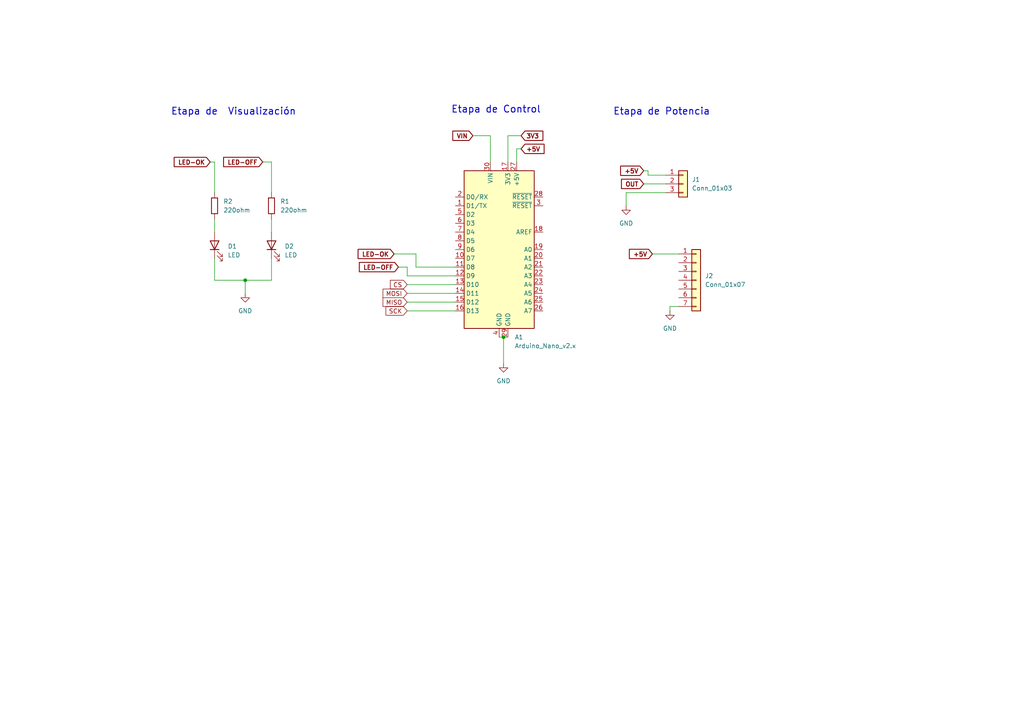
<source format=kicad_sch>
(kicad_sch (version 20230121) (generator eeschema)
  (paper "A4")
  (lib_symbols
    (symbol "Connector_Generic:Conn_01x07" (pin_names (offset 1.016) hide)
      (property "Reference" "J" (at 0 10.16 0))
      (property "Value" "Conn_01x07" (at 0 -10.16 0))
      (symbol "Conn_01x07_1_1"
        (rectangle (start -1.27 -7.493) (end 0 -7.747) (stroke (width 0.1524)))
        (rectangle (start -1.27 -4.953) (end 0 -5.207) (stroke (width 0.1524)))
        (rectangle (start -1.27 -2.413) (end 0 -2.667) (stroke (width 0.1524)))
        (rectangle (start -1.27 0.127) (end 0 -0.127) (stroke (width 0.1524)))
        (rectangle (start -1.27 2.667) (end 0 2.413) (stroke (width 0.1524)))
        (rectangle (start -1.27 5.207) (end 0 4.953) (stroke (width 0.1524)))
        (rectangle (start -1.27 7.747) (end 0 7.493) (stroke (width 0.1524)))
        (rectangle (start -1.27 8.89) (end 1.27 -8.89) (stroke (width 0.254)) (fill (type background)))
        (pin passive line (at -5.08 7.62 0) (length 3.81) (name "Pin_1") (number "1"))
        (pin passive line (at -5.08 5.08 0) (length 3.81) (name "Pin_2") (number "2"))
        (pin passive line (at -5.08 2.54 0) (length 3.81) (name "Pin_3") (number "3"))
        (pin passive line (at -5.08 0 0) (length 3.81) (name "Pin_4") (number "4"))
        (pin passive line (at -5.08 -2.54 0) (length 3.81) (name "Pin_5") (number "5"))
        (pin passive line (at -5.08 -5.08 0) (length 3.81) (name "Pin_6") (number "6"))
        (pin passive line (at -5.08 -7.62 0) (length 3.81) (name "Pin_7") (number "7"))
      )
    )
    (symbol "Device:LED" (pin_numbers hide) (pin_names (offset 1.016) hide)
      (property "Reference" "D" (at 0 2.54 0))
      (property "Value" "LED" (at 0 -2.54 0))
      (symbol "LED_0_1"
        (polyline (pts (xy -1.27 -1.27) (xy -1.27 1.27)) (stroke (width 0.254)))
        (polyline (pts (xy -1.27 0) (xy 1.27 0)))
        (polyline (pts (xy 1.27 -1.27) (xy 1.27 1.27) (xy -1.27 0) (xy 1.27 -1.27)) (stroke (width 0.254)))
        (polyline (pts (xy -3.048 -0.762) (xy -4.572 -2.286) (xy -3.81 -2.286) (xy -4.572 -2.286) (xy -4.572 -1.524)))
        (polyline (pts (xy -1.778 -0.762) (xy -3.302 -2.286) (xy -2.54 -2.286) (xy -3.302 -2.286) (xy -3.302 -1.524)))
      )
      (symbol "LED_1_1"
        (pin passive line (at -3.81 0 0) (length 2.54) (name "K") (number "1"))
        (pin passive line (at 3.81 0 180) (length 2.54) (name "A") (number "2"))
      )
    )
    (symbol "MCU_Module:Arduino_Nano_v2.x"
      (property "Reference" "A" (at -10.16 23.495 0))
      (property "Value" "Arduino_Nano_v2.x" (at 5.08 -24.13 0))
      (symbol "Arduino_Nano_v2.x_0_1"
        (rectangle (start -10.16 22.86) (end 10.16 -22.86) (stroke (width 0.254)) (fill (type background)))
      )
      (symbol "Arduino_Nano_v2.x_1_1"
        (pin bidirectional line (at -12.7 12.7 0) (length 2.54) (name "D1/TX") (number "1"))
        (pin bidirectional line (at -12.7 -2.54 0) (length 2.54) (name "D7") (number "10"))
        (pin bidirectional line (at -12.7 -5.08 0) (length 2.54) (name "D8") (number "11"))
        (pin bidirectional line (at -12.7 -7.62 0) (length 2.54) (name "D9") (number "12"))
        (pin bidirectional line (at -12.7 -10.16 0) (length 2.54) (name "D10") (number "13"))
        (pin bidirectional line (at -12.7 -12.7 0) (length 2.54) (name "D11") (number "14"))
        (pin bidirectional line (at -12.7 -15.24 0) (length 2.54) (name "D12") (number "15"))
        (pin bidirectional line (at -12.7 -17.78 0) (length 2.54) (name "D13") (number "16"))
        (pin power_out line (at 2.54 25.4 270) (length 2.54) (name "3V3") (number "17"))
        (pin input line (at 12.7 5.08 180) (length 2.54) (name "AREF") (number "18"))
        (pin bidirectional line (at 12.7 0 180) (length 2.54) (name "A0") (number "19"))
        (pin bidirectional line (at -12.7 15.24 0) (length 2.54) (name "D0/RX") (number "2"))
        (pin bidirectional line (at 12.7 -2.54 180) (length 2.54) (name "A1") (number "20"))
        (pin bidirectional line (at 12.7 -5.08 180) (length 2.54) (name "A2") (number "21"))
        (pin bidirectional line (at 12.7 -7.62 180) (length 2.54) (name "A3") (number "22"))
        (pin bidirectional line (at 12.7 -10.16 180) (length 2.54) (name "A4") (number "23"))
        (pin bidirectional line (at 12.7 -12.7 180) (length 2.54) (name "A5") (number "24"))
        (pin bidirectional line (at 12.7 -15.24 180) (length 2.54) (name "A6") (number "25"))
        (pin bidirectional line (at 12.7 -17.78 180) (length 2.54) (name "A7") (number "26"))
        (pin power_out line (at 5.08 25.4 270) (length 2.54) (name "+5V") (number "27"))
        (pin input line (at 12.7 15.24 180) (length 2.54) (name "~{RESET}") (number "28"))
        (pin power_in line (at 2.54 -25.4 90) (length 2.54) (name "GND") (number "29"))
        (pin input line (at 12.7 12.7 180) (length 2.54) (name "~{RESET}") (number "3"))
        (pin power_in line (at -2.54 25.4 270) (length 2.54) (name "VIN") (number "30"))
        (pin power_in line (at 0 -25.4 90) (length 2.54) (name "GND") (number "4"))
        (pin bidirectional line (at -12.7 10.16 0) (length 2.54) (name "D2") (number "5"))
        (pin bidirectional line (at -12.7 7.62 0) (length 2.54) (name "D3") (number "6"))
        (pin bidirectional line (at -12.7 5.08 0) (length 2.54) (name "D4") (number "7"))
        (pin bidirectional line (at -12.7 2.54 0) (length 2.54) (name "D5") (number "8"))
        (pin bidirectional line (at -12.7 0 0) (length 2.54) (name "D6") (number "9"))
      )
    )
    (symbol "PCM_4ms_Connector:Conn_01x03" (pin_names (offset 1.016) hide)
      (property "Reference" "J" (at 0 5.08 0))
      (property "Value" "Conn_01x03" (at 0 -5.08 0))
      (symbol "Conn_01x03_1_1"
        (rectangle (start -1.27 -2.413) (end 0 -2.667) (stroke (width 0.1524)))
        (rectangle (start -1.27 0.127) (end 0 -0.127) (stroke (width 0.1524)))
        (rectangle (start -1.27 2.667) (end 0 2.413) (stroke (width 0.1524)))
        (rectangle (start -1.27 3.81) (end 1.27 -3.81) (stroke (width 0.254)) (fill (type background)))
        (pin passive line (at -5.08 2.54 0) (length 3.81) (name "Pin_1") (number "1"))
        (pin passive line (at -5.08 0 0) (length 3.81) (name "Pin_2") (number "2"))
        (pin passive line (at -5.08 -2.54 0) (length 3.81) (name "Pin_3") (number "3"))
      )
    )
    (symbol "PCM_4ms_Power-symbol:GND" (power) (pin_names (offset 0))
      (property "Value" "GND" (at 0 -3.81 0))
      (symbol "GND_0_1"
        (polyline (pts (xy 0 0) (xy 0 -1.27) (xy 1.27 -1.27) (xy 0 -2.54) (xy -1.27 -1.27) (xy 0 -1.27)))
      )
      (symbol "GND_1_1"
        (pin power_in line (at 0 0 270) (length 0) hide (name "GND") (number "1"))
      )
    )
    (symbol "PCM_SL_Resistors:220ohm"
      (property "Reference" "R" (at 0 5.08 0))
      (property "Value" "220ohm" (at 0 2.54 0))
      (symbol "220ohm_0_1"
        (rectangle (start -2.286 0.889) (end 2.286 -0.889) (stroke (width 0.24)))
      )
      (symbol "220ohm_1_1"
        (pin passive line (at -3.81 0 0) (length 1.5) (name "") (number "1"))
        (pin passive line (at 3.81 0 180) (length 1.5) (name "~") (number "2"))
      )
    )
  )
  (junction (at 71.12 81.28))
  (junction (at 146.05 97.79))
  (wire (pts (xy 132.08 77.47) (xy 120.65 77.47)))
  (wire (pts (xy 186.69 49.53) (xy 187.96 49.53)))
  (wire (pts (xy 71.12 81.28) (xy 78.74 81.28)))
  (wire (pts (xy 146.05 97.79) (xy 146.05 105.41)))
  (wire (pts (xy 60.96 46.99) (xy 62.23 46.99)))
  (wire (pts (xy 62.23 81.28) (xy 71.12 81.28)))
  (wire (pts (xy 62.23 74.93) (xy 62.23 81.28)))
  (wire (pts (xy 118.11 82.55) (xy 132.08 82.55)))
  (wire (pts (xy 78.74 55.88) (xy 78.74 46.99)))
  (wire (pts (xy 78.74 63.5) (xy 78.74 67.31)))
  (wire (pts (xy 78.74 81.28) (xy 78.74 74.93)))
  (wire (pts (xy 189.23 73.66) (xy 196.85 73.66)))
  (wire (pts (xy 196.85 88.9) (xy 194.31 88.9)))
  (wire (pts (xy 118.11 77.47) (xy 115.57 77.47)))
  (wire (pts (xy 118.11 90.17) (xy 132.08 90.17)))
  (wire (pts (xy 147.32 46.99) (xy 147.32 39.37)))
  (wire (pts (xy 132.08 85.09) (xy 118.11 85.09)))
  (wire (pts (xy 149.86 43.18) (xy 151.13 43.18)))
  (wire (pts (xy 142.24 39.37) (xy 142.24 46.99)))
  (wire (pts (xy 149.86 46.99) (xy 149.86 43.18)))
  (wire (pts (xy 62.23 46.99) (xy 62.23 55.88)))
  (wire (pts (xy 137.16 39.37) (xy 142.24 39.37)))
  (wire (pts (xy 132.08 80.01) (xy 118.11 80.01)))
  (wire (pts (xy 118.11 80.01) (xy 118.11 77.47)))
  (wire (pts (xy 62.23 63.5) (xy 62.23 67.31)))
  (wire (pts (xy 187.96 49.53) (xy 187.96 50.8)))
  (wire (pts (xy 71.12 81.28) (xy 71.12 85.09)))
  (wire (pts (xy 187.96 50.8) (xy 193.04 50.8)))
  (wire (pts (xy 181.61 55.88) (xy 181.61 59.69)))
  (wire (pts (xy 147.32 39.37) (xy 151.13 39.37)))
  (wire (pts (xy 193.04 55.88) (xy 181.61 55.88)))
  (wire (pts (xy 144.78 97.79) (xy 146.05 97.79)))
  (wire (pts (xy 120.65 77.47) (xy 120.65 73.66)))
  (wire (pts (xy 193.04 53.34) (xy 186.69 53.34)))
  (wire (pts (xy 78.74 46.99) (xy 76.2 46.99)))
  (wire (pts (xy 118.11 87.63) (xy 132.08 87.63)))
  (wire (pts (xy 194.31 88.9) (xy 194.31 90.17)))
  (wire (pts (xy 120.65 73.66) (xy 114.3 73.66)))
  (wire (pts (xy 146.05 97.79) (xy 147.32 97.79)))
  (text "Etapa de Control\n" (at 130.81 33.02 0) (effects (font (size 2 2) (thickness 0.254) bold) (justify left bottom)))
  (text "Etapa de  Visualización\n\n" (at 49.53 36.83 0) (effects (font (size 2 2) (thickness 0.254) bold) (justify left bottom)))
  (text "Etapa de Potencia\n\n" (at 177.8 36.83 0) (effects (font (size 2 2) (thickness 0.254) bold) (justify left bottom)))
  (global_label "CS" (shape input) (at 118.11 82.55 180) (property "Intersheetrefs" "${INTERSHEET_REFS}" (effects hide)))
  (global_label "3V3" (shape input) (at 151.13 39.37 0) (effects (font bold)) (property "Intersheetrefs" "${INTERSHEET_REFS}" (effects hide)))
  (global_label "MOSI" (shape input) (at 118.11 85.09 180) (property "Intersheetrefs" "${INTERSHEET_REFS}" (effects hide)))
  (global_label "LED-OFF" (shape input) (at 76.2 46.99 180) (effects (font bold)) (property "Intersheetrefs" "${INTERSHEET_REFS}" (effects hide)))
  (global_label "OUT" (shape input) (at 186.69 53.34 180) (effects (font bold)) (property "Intersheetrefs" "${INTERSHEET_REFS}" (effects hide)))
  (global_label "VIN" (shape input) (at 137.16 39.37 180) (effects (font bold)) (property "Intersheetrefs" "${INTERSHEET_REFS}" (effects hide)))
  (global_label "MISO" (shape input) (at 118.11 87.63 180) (property "Intersheetrefs" "${INTERSHEET_REFS}" (effects hide)))
  (global_label "+5V" (shape input) (at 189.23 73.66 180) (effects (font bold)) (property "Intersheetrefs" "${INTERSHEET_REFS}" (effects hide)))
  (global_label "LED-OK" (shape input) (at 114.3 73.66 180) (effects (font bold)) (property "Intersheetrefs" "${INTERSHEET_REFS}" (effects hide)))
  (global_label "+5V" (shape input) (at 186.69 49.53 180) (effects (font bold)) (property "Intersheetrefs" "${INTERSHEET_REFS}" (effects hide)))
  (global_label "LED-OK" (shape input) (at 60.96 46.99 180) (effects (font bold)) (property "Intersheetrefs" "${INTERSHEET_REFS}" (effects hide)))
  (global_label "LED-OFF" (shape input) (at 115.57 77.47 180) (effects (font bold)) (property "Intersheetrefs" "${INTERSHEET_REFS}" (effects hide)))
  (global_label "+5V" (shape input) (at 151.13 43.18 0) (effects (font bold)) (property "Intersheetrefs" "${INTERSHEET_REFS}" (effects hide)))
  (global_label "SCK" (shape input) (at 118.11 90.17 180) (property "Intersheetrefs" "${INTERSHEET_REFS}" (effects hide)))
  (symbol (lib_id "Device:LED") (at 78.74 71.12 90) (unit 1)
    (property "Reference" "D2" (at 82.55 71.4375 90) (effects (justify right)))
    (property "Value" "LED" (at 82.55 73.9775 90) (effects (justify right)))
  )
  (symbol (lib_id "Device:LED") (at 62.23 71.12 90) (unit 1)
    (property "Reference" "D1" (at 66.04 71.4375 90) (effects (justify right)))
    (property "Value" "LED" (at 66.04 73.9775 90) (effects (justify right)))
    (property "Footprint" "LED_THT:LED_D5.0mm" (effects hide))
  )
  (symbol (lib_id "MCU_Module:Arduino_Nano_v2.x") (at 144.78 72.39 0) (unit 1)
    (property "Reference" "A1" (at 149.2759 97.79 0) (effects (justify left)))
    (property "Value" "Arduino_Nano_v2.x" (at 149.2759 100.33 0) (effects (justify left)))
    (property "Footprint" "Module:Arduino_Nano" (effects hide))
    (property "Datasheet" "https://www.arduino.cc/en/uploads/Main/ArduinoNanoManual23.pdf" (effects hide))
  )
  (symbol (lib_id "Connector_Generic:Conn_01x07") (at 201.93 81.28 0) (unit 1)
    (property "Reference" "J2" (at 204.47 80.01 0) (effects (justify left)))
    (property "Value" "Conn_01x07" (at 204.47 82.55 0) (effects (justify left)))
    (property "Footprint" "Connector_Molex:Molex_SL_171971-0007_1x07_P2.54mm_Vertical" (effects hide))
  )
  (symbol (lib_id "PCM_SL_Resistors:220ohm") (at 62.23 59.69 270) (unit 1)
    (property "Reference" "R2" (at 64.77 58.42 90) (effects (justify left)))
    (property "Value" "220ohm" (at 64.77 60.96 90) (effects (justify left)))
    (property "Footprint" "Resistor_THT:R_Axial_DIN0207_L6.3mm_D2.5mm_P10.16mm_Horizontal" (effects hide))
  )
  (symbol (lib_id "PCM_4ms_Power-symbol:GND") (at 71.12 85.09 0) (unit 1)
    (property "Reference" "#PWR02" (effects hide))
    (property "Value" "GND" (at 71.12 90.17 0))
  )
  (symbol (lib_id "PCM_4ms_Power-symbol:GND") (at 146.05 105.41 0) (unit 1)
    (property "Reference" "#PWR01" (effects hide))
    (property "Value" "GND" (at 146.05 110.49 0))
  )
  (symbol (lib_id "PCM_4ms_Power-symbol:GND") (at 194.31 90.17 0) (unit 1)
    (property "Reference" "#PWR04" (effects hide))
    (property "Value" "GND" (at 194.31 95.25 0))
  )
  (symbol (lib_id "PCM_4ms_Power-symbol:GND") (at 181.61 59.69 0) (unit 1)
    (property "Reference" "#PWR03" (effects hide))
    (property "Value" "GND" (at 181.61 64.77 0))
  )
  (symbol (lib_id "PCM_4ms_Connector:Conn_01x03") (at 198.12 53.34 0) (unit 1)
    (property "Reference" "J1" (at 200.66 52.07 0) (effects (justify left)))
    (property "Value" "Conn_01x03" (at 200.66 54.61 0) (effects (justify left)))
    (property "Footprint" "Connector:FanPinHeader_1x03_P2.54mm_Vertical" (effects hide))
    (property "Specifications" "HEADER 1x3 MALE PINS 0.100” 180deg" (effects hide))
    (property "Manufacturer" "TAD" (effects hide))
    (property "Part Number" "1-0301FBV0T" (effects hide))
  )
  (symbol (lib_id "PCM_SL_Resistors:220ohm") (at 78.74 59.69 90) (unit 1)
    (property "Reference" "R1" (at 81.28 58.42 90) (effects (justify right)))
    (property "Value" "220ohm" (at 81.28 60.96 90) (effects (justify right)))
    (property "Footprint" "Resistor_THT:R_Axial_DIN0207_L6.3mm_D2.5mm_P10.16mm_Horizontal" (effects hide))
  )
)
</source>
